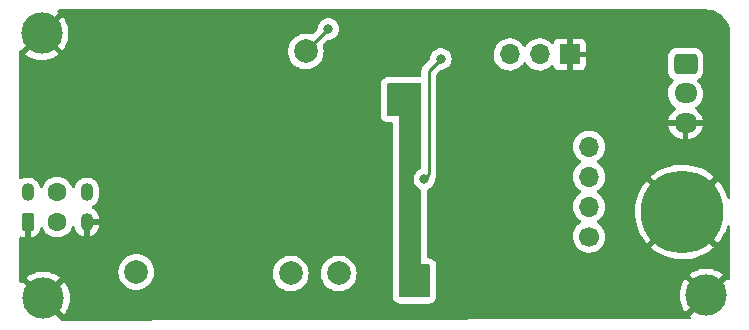
<source format=gbr>
%TF.GenerationSoftware,KiCad,Pcbnew,(6.0.7-1)-1*%
%TF.CreationDate,2023-09-21T22:33:58-04:00*%
%TF.ProjectId,EMHarpsichord_Stage1,454d4861-7270-4736-9963-686f72645f53,rev?*%
%TF.SameCoordinates,Original*%
%TF.FileFunction,Copper,L2,Bot*%
%TF.FilePolarity,Positive*%
%FSLAX46Y46*%
G04 Gerber Fmt 4.6, Leading zero omitted, Abs format (unit mm)*
G04 Created by KiCad (PCBNEW (6.0.7-1)-1) date 2023-09-21 22:33:58*
%MOMM*%
%LPD*%
G01*
G04 APERTURE LIST*
G04 Aperture macros list*
%AMRoundRect*
0 Rectangle with rounded corners*
0 $1 Rounding radius*
0 $2 $3 $4 $5 $6 $7 $8 $9 X,Y pos of 4 corners*
0 Add a 4 corners polygon primitive as box body*
4,1,4,$2,$3,$4,$5,$6,$7,$8,$9,$2,$3,0*
0 Add four circle primitives for the rounded corners*
1,1,$1+$1,$2,$3*
1,1,$1+$1,$4,$5*
1,1,$1+$1,$6,$7*
1,1,$1+$1,$8,$9*
0 Add four rect primitives between the rounded corners*
20,1,$1+$1,$2,$3,$4,$5,0*
20,1,$1+$1,$4,$5,$6,$7,0*
20,1,$1+$1,$6,$7,$8,$9,0*
20,1,$1+$1,$8,$9,$2,$3,0*%
G04 Aperture macros list end*
%TA.AperFunction,ComponentPad*%
%ADD10C,2.000000*%
%TD*%
%TA.AperFunction,ComponentPad*%
%ADD11C,1.700000*%
%TD*%
%TA.AperFunction,ComponentPad*%
%ADD12O,1.700000X1.700000*%
%TD*%
%TA.AperFunction,ComponentPad*%
%ADD13C,3.500000*%
%TD*%
%TA.AperFunction,ComponentPad*%
%ADD14R,1.700000X1.700000*%
%TD*%
%TA.AperFunction,ComponentPad*%
%ADD15RoundRect,0.250000X-0.725000X0.600000X-0.725000X-0.600000X0.725000X-0.600000X0.725000X0.600000X0*%
%TD*%
%TA.AperFunction,ComponentPad*%
%ADD16O,1.950000X1.700000*%
%TD*%
%TA.AperFunction,ComponentPad*%
%ADD17C,7.000000*%
%TD*%
%TA.AperFunction,ComponentPad*%
%ADD18C,1.600000*%
%TD*%
%TA.AperFunction,ComponentPad*%
%ADD19RoundRect,0.249700X-0.300300X-0.500300X0.300300X-0.500300X0.300300X0.500300X-0.300300X0.500300X0*%
%TD*%
%TA.AperFunction,ComponentPad*%
%ADD20O,1.100000X1.500000*%
%TD*%
%TA.AperFunction,ViaPad*%
%ADD21C,0.800000*%
%TD*%
%TA.AperFunction,Conductor*%
%ADD22C,0.250000*%
%TD*%
G04 APERTURE END LIST*
D10*
%TO.P,TP4,1,1*%
%TO.N,optical_out*%
X152781000Y-116205000D03*
%TD*%
D11*
%TO.P,J2,1,Pin_1*%
%TO.N,Net-(C18-Pad2)*%
X173957000Y-113091000D03*
D12*
%TO.P,J2,2,Pin_2*%
%TO.N,Net-(C17-Pad2)*%
X173957000Y-110551000D03*
%TO.P,J2,3,Pin_3*%
%TO.N,Net-(C16-Pad2)*%
X173957000Y-108011000D03*
%TO.P,J2,4,Pin_4*%
%TO.N,Net-(C15-Pad2)*%
X173957000Y-105471000D03*
%TD*%
D10*
%TO.P,TP1,1,1*%
%TO.N,Net-(C2-Pad1)*%
X135636000Y-116078000D03*
%TD*%
D13*
%TO.P,,1,1*%
%TO.N,GND*%
X127762000Y-118300500D03*
%TD*%
D14*
%TO.P,J1,1,Pin_1*%
%TO.N,GND*%
X172324000Y-97663000D03*
D12*
%TO.P,J1,2,Pin_2*%
%TO.N,Net-(U3-Pad5)*%
X169784000Y-97663000D03*
%TO.P,J1,3,Pin_3*%
%TO.N,Net-(R10-Pad2)*%
X167244000Y-97663000D03*
%TD*%
D10*
%TO.P,TP3,1,1*%
%TO.N,Net-(R6-Pad1)*%
X148717000Y-116205000D03*
%TD*%
D13*
%TO.P,,1,1*%
%TO.N,GND*%
X127635000Y-95885000D03*
%TD*%
D15*
%TO.P,J3,1,Pin_1*%
%TO.N,+5V*%
X182135000Y-98465000D03*
D16*
%TO.P,J3,2,Pin_2*%
%TO.N,aux_in*%
X182135000Y-100965000D03*
%TO.P,J3,3,Pin_3*%
%TO.N,GND*%
X182135000Y-103465000D03*
%TD*%
D17*
%TO.P,TP6,1,1*%
%TO.N,GND*%
X181864000Y-110998000D03*
%TD*%
D13*
%TO.P,,1,1*%
%TO.N,GND*%
X183896000Y-118046500D03*
%TD*%
D10*
%TO.P,TP2,1,1*%
%TO.N,aux_in*%
X149987000Y-97409000D03*
%TD*%
D18*
%TO.P,U1,*%
%TO.N,*%
X128932000Y-111841000D03*
X128932000Y-109341000D03*
D19*
%TO.P,U1,1,K*%
%TO.N,GND*%
X126432000Y-111841000D03*
D20*
%TO.P,U1,2,A*%
%TO.N,Net-(R1-Pad2)*%
X126432000Y-109341000D03*
%TO.P,U1,3,C*%
%TO.N,Net-(C2-Pad1)*%
X131432000Y-109341000D03*
%TO.P,U1,4,E*%
%TO.N,GND*%
X131432000Y-111841000D03*
%TD*%
D21*
%TO.N,+5V*%
X157757000Y-101791000D03*
X158369000Y-116205000D03*
X157757000Y-100791000D03*
X159766000Y-117729000D03*
X158857000Y-101791000D03*
X158857000Y-100791000D03*
X158369000Y-117729000D03*
%TO.N,GND*%
X145542000Y-96393000D03*
X153416000Y-100838000D03*
X156718000Y-109474000D03*
X139065000Y-96393000D03*
X137957000Y-111691000D03*
X166624000Y-118618000D03*
X174371000Y-103505000D03*
X154686000Y-101981000D03*
X137668000Y-105664000D03*
X182372000Y-106172000D03*
X152146000Y-101981000D03*
X145034000Y-104140000D03*
X144272000Y-96393000D03*
X150876000Y-101981000D03*
X166624000Y-101727000D03*
X138049000Y-116967000D03*
X141859000Y-116967000D03*
X139319000Y-116967000D03*
X143002000Y-96393000D03*
X153416000Y-101981000D03*
X162941000Y-116205000D03*
X152146000Y-100838000D03*
X171704000Y-101727000D03*
X167894000Y-100203000D03*
X171704000Y-100203000D03*
X143129000Y-116967000D03*
X165354000Y-118618000D03*
X172974000Y-101727000D03*
X147574000Y-107696000D03*
X162814000Y-118618000D03*
X141605000Y-96393000D03*
X170434000Y-101727000D03*
X151511000Y-107696000D03*
X172974000Y-100203000D03*
X139954000Y-104140000D03*
X181102000Y-106172000D03*
X164084000Y-118618000D03*
X137795000Y-96393000D03*
X167894000Y-101727000D03*
X161544000Y-118618000D03*
X144399000Y-116967000D03*
X140335000Y-96393000D03*
X155957000Y-102991000D03*
X183642000Y-106172000D03*
X150876000Y-100838000D03*
X163576000Y-102997000D03*
X166624000Y-100203000D03*
X169164000Y-101727000D03*
X170434000Y-100203000D03*
X179832000Y-106172000D03*
X154686000Y-100838000D03*
X146812000Y-96393000D03*
X168656000Y-110109000D03*
X167894000Y-118618000D03*
X140589000Y-116967000D03*
X169164000Y-100203000D03*
%TO.N,aux_in*%
X151892000Y-95504000D03*
%TO.N,Net-(U3-Pad5)*%
X160020000Y-108204000D03*
X161417000Y-98044000D03*
%TD*%
D22*
%TO.N,aux_in*%
X149987000Y-97409000D02*
X151892000Y-95504000D01*
%TO.N,Net-(U3-Pad5)*%
X160401000Y-107823000D02*
X160020000Y-108204000D01*
X160401000Y-99060000D02*
X160401000Y-107823000D01*
X161417000Y-98044000D02*
X160401000Y-99060000D01*
%TD*%
%TA.AperFunction,Conductor*%
%TO.N,+5V*%
G36*
X160470121Y-115463002D02*
G01*
X160516614Y-115516658D01*
X160528000Y-115569000D01*
X160528000Y-118111000D01*
X160507998Y-118179121D01*
X160454342Y-118225614D01*
X160402000Y-118237000D01*
X157987000Y-118237000D01*
X157918879Y-118216998D01*
X157872386Y-118163342D01*
X157861000Y-118111000D01*
X157861000Y-115443000D01*
X160402000Y-115443000D01*
X160470121Y-115463002D01*
G37*
%TD.AperFunction*%
%TD*%
%TA.AperFunction,Conductor*%
%TO.N,+5V*%
G36*
X159708121Y-100096002D02*
G01*
X159754614Y-100149658D01*
X159766000Y-100202000D01*
X159766000Y-107240786D01*
X159745998Y-107308907D01*
X159691248Y-107355893D01*
X159569281Y-107410195D01*
X159569274Y-107410199D01*
X159563248Y-107412882D01*
X159408747Y-107525134D01*
X159280960Y-107667056D01*
X159185473Y-107832444D01*
X159126458Y-108014072D01*
X159125768Y-108020633D01*
X159125768Y-108020635D01*
X159121835Y-108058060D01*
X159106496Y-108204000D01*
X159126458Y-108393928D01*
X159185473Y-108575556D01*
X159280960Y-108740944D01*
X159408747Y-108882866D01*
X159563248Y-108995118D01*
X159569274Y-108997801D01*
X159569281Y-108997805D01*
X159691248Y-109052107D01*
X159745344Y-109098087D01*
X159766000Y-109167214D01*
X159766000Y-116840000D01*
X160528000Y-116840000D01*
X160528000Y-118111000D01*
X160507998Y-118179121D01*
X160454342Y-118225614D01*
X160402000Y-118237000D01*
X157987000Y-118237000D01*
X157918879Y-118216998D01*
X157872386Y-118163342D01*
X157861000Y-118111000D01*
X157861000Y-102870000D01*
X156971000Y-102870000D01*
X156902879Y-102849998D01*
X156856386Y-102796342D01*
X156845000Y-102744000D01*
X156845000Y-100202000D01*
X156865002Y-100133879D01*
X156918658Y-100087386D01*
X156971000Y-100076000D01*
X159640000Y-100076000D01*
X159708121Y-100096002D01*
G37*
%TD.AperFunction*%
%TD*%
%TA.AperFunction,Conductor*%
%TO.N,GND*%
G36*
X183866018Y-93855000D02*
G01*
X183880851Y-93857310D01*
X183880855Y-93857310D01*
X183889724Y-93858691D01*
X183898626Y-93857527D01*
X183898629Y-93857527D01*
X183906012Y-93856561D01*
X183930591Y-93855767D01*
X183957442Y-93857527D01*
X184152922Y-93870340D01*
X184169262Y-93872491D01*
X184291478Y-93896801D01*
X184413696Y-93921112D01*
X184429606Y-93925375D01*
X184665600Y-94005484D01*
X184680826Y-94011791D01*
X184904342Y-94122016D01*
X184918616Y-94130257D01*
X185125829Y-94268713D01*
X185138905Y-94278746D01*
X185326278Y-94443068D01*
X185337932Y-94454722D01*
X185502254Y-94642095D01*
X185512287Y-94655171D01*
X185650743Y-94862384D01*
X185658984Y-94876658D01*
X185769209Y-95100174D01*
X185775515Y-95115398D01*
X185855625Y-95351394D01*
X185859889Y-95367307D01*
X185908509Y-95611738D01*
X185910660Y-95628078D01*
X185924763Y-95843236D01*
X185923733Y-95866350D01*
X185923690Y-95869854D01*
X185922309Y-95878724D01*
X185923473Y-95887626D01*
X185923473Y-95887628D01*
X185926436Y-95910283D01*
X185927500Y-95926621D01*
X185927500Y-109755820D01*
X185907498Y-109823941D01*
X185853842Y-109870434D01*
X185783568Y-109880538D01*
X185718988Y-109851044D01*
X185682801Y-109798087D01*
X185567676Y-109474779D01*
X185565333Y-109469095D01*
X185401362Y-109120637D01*
X185398473Y-109115203D01*
X185201283Y-108784415D01*
X185197875Y-108779285D01*
X184969340Y-108469309D01*
X184965452Y-108464542D01*
X184875973Y-108365165D01*
X184862450Y-108356834D01*
X184862374Y-108356835D01*
X184853088Y-108362465D01*
X182230365Y-110985188D01*
X182222751Y-110999132D01*
X182222882Y-111000965D01*
X182227133Y-111007580D01*
X184852946Y-113633393D01*
X184866890Y-113641007D01*
X184867905Y-113640935D01*
X184875636Y-113635832D01*
X184893516Y-113617057D01*
X184897526Y-113612411D01*
X185134612Y-113308955D01*
X185138184Y-113303892D01*
X185344520Y-112978757D01*
X185347563Y-112973401D01*
X185521198Y-112629663D01*
X185523706Y-112624028D01*
X185662964Y-112264999D01*
X185664913Y-112259140D01*
X185680142Y-112204595D01*
X185717726Y-112144363D01*
X185781908Y-112114012D01*
X185852310Y-112123178D01*
X185906581Y-112168952D01*
X185927500Y-112238479D01*
X185927500Y-116621596D01*
X185907498Y-116689717D01*
X185853842Y-116736210D01*
X185783568Y-116746314D01*
X185718988Y-116716820D01*
X185696734Y-116691597D01*
X185687166Y-116677278D01*
X185682151Y-116670742D01*
X185667540Y-116654081D01*
X185654302Y-116645684D01*
X185644535Y-116651518D01*
X182502771Y-119793282D01*
X182495257Y-119807043D01*
X182501715Y-119816404D01*
X182520242Y-119832651D01*
X182526775Y-119837664D01*
X182545904Y-119850446D01*
X182591431Y-119904924D01*
X182600278Y-119975367D01*
X182569637Y-120039411D01*
X182509235Y-120076722D01*
X182476186Y-120081211D01*
X144624103Y-120166849D01*
X129289316Y-120201543D01*
X129221150Y-120181695D01*
X129174536Y-120128144D01*
X129163033Y-120076292D01*
X129162930Y-120058992D01*
X129156982Y-120049035D01*
X127409579Y-118301632D01*
X128120751Y-118301632D01*
X128120882Y-118303465D01*
X128125133Y-118310080D01*
X129508782Y-119693729D01*
X129522543Y-119701243D01*
X129531904Y-119694785D01*
X129548151Y-119676258D01*
X129553169Y-119669718D01*
X129712444Y-119431347D01*
X129716565Y-119424210D01*
X129843367Y-119167080D01*
X129846513Y-119159485D01*
X129938670Y-118888002D01*
X129940803Y-118880042D01*
X129996734Y-118598857D01*
X129997808Y-118590699D01*
X130016558Y-118304619D01*
X130016558Y-118296381D01*
X129997808Y-118010301D01*
X129996734Y-118002143D01*
X129940803Y-117720958D01*
X129938670Y-117712998D01*
X129846513Y-117441515D01*
X129843367Y-117433920D01*
X129716565Y-117176790D01*
X129712444Y-117169653D01*
X129553169Y-116931282D01*
X129548151Y-116924742D01*
X129533540Y-116908081D01*
X129520302Y-116899684D01*
X129510535Y-116905518D01*
X128128365Y-118287688D01*
X128120751Y-118301632D01*
X127409579Y-118301632D01*
X126015218Y-116907271D01*
X126001457Y-116899757D01*
X125992096Y-116906215D01*
X125975849Y-116924742D01*
X125970834Y-116931278D01*
X125961266Y-116945597D01*
X125906789Y-116991125D01*
X125836346Y-116999974D01*
X125772302Y-116969333D01*
X125734990Y-116908932D01*
X125730500Y-116875596D01*
X125730500Y-116542198D01*
X126361184Y-116542198D01*
X126367018Y-116551965D01*
X127749188Y-117934135D01*
X127763132Y-117941749D01*
X127764965Y-117941618D01*
X127771580Y-117937367D01*
X129155229Y-116553718D01*
X129162743Y-116539957D01*
X129156285Y-116530596D01*
X129137758Y-116514349D01*
X129131218Y-116509331D01*
X128892847Y-116350056D01*
X128885710Y-116345935D01*
X128628580Y-116219133D01*
X128620985Y-116215987D01*
X128349502Y-116123830D01*
X128341542Y-116121697D01*
X128121862Y-116078000D01*
X134122835Y-116078000D01*
X134141465Y-116314711D01*
X134142619Y-116319518D01*
X134142620Y-116319524D01*
X134170770Y-116436777D01*
X134196895Y-116545594D01*
X134198788Y-116550165D01*
X134198789Y-116550167D01*
X134267819Y-116716820D01*
X134287760Y-116764963D01*
X134290346Y-116769183D01*
X134409241Y-116963202D01*
X134409245Y-116963208D01*
X134411824Y-116967416D01*
X134566031Y-117147969D01*
X134746584Y-117302176D01*
X134750792Y-117304755D01*
X134750798Y-117304759D01*
X134944817Y-117423654D01*
X134949037Y-117426240D01*
X134953607Y-117428133D01*
X134953611Y-117428135D01*
X135163833Y-117515211D01*
X135168406Y-117517105D01*
X135248609Y-117536360D01*
X135394476Y-117571380D01*
X135394482Y-117571381D01*
X135399289Y-117572535D01*
X135636000Y-117591165D01*
X135872711Y-117572535D01*
X135877518Y-117571381D01*
X135877524Y-117571380D01*
X136023391Y-117536360D01*
X136103594Y-117517105D01*
X136108167Y-117515211D01*
X136318389Y-117428135D01*
X136318393Y-117428133D01*
X136322963Y-117426240D01*
X136327183Y-117423654D01*
X136521202Y-117304759D01*
X136521208Y-117304755D01*
X136525416Y-117302176D01*
X136705969Y-117147969D01*
X136860176Y-116967416D01*
X136862755Y-116963208D01*
X136862759Y-116963202D01*
X136981654Y-116769183D01*
X136984240Y-116764963D01*
X137004182Y-116716820D01*
X137073211Y-116550167D01*
X137073212Y-116550165D01*
X137075105Y-116545594D01*
X137101230Y-116436777D01*
X137129380Y-116319524D01*
X137129381Y-116319518D01*
X137130535Y-116314711D01*
X137139170Y-116205000D01*
X147203835Y-116205000D01*
X147222465Y-116441711D01*
X147223619Y-116446518D01*
X147223620Y-116446524D01*
X147249355Y-116553718D01*
X147277895Y-116672594D01*
X147279788Y-116677165D01*
X147279789Y-116677167D01*
X147361981Y-116875596D01*
X147368760Y-116891963D01*
X147371346Y-116896183D01*
X147490241Y-117090202D01*
X147490245Y-117090208D01*
X147492824Y-117094416D01*
X147647031Y-117274969D01*
X147827584Y-117429176D01*
X147831792Y-117431755D01*
X147831798Y-117431759D01*
X147971070Y-117517105D01*
X148030037Y-117553240D01*
X148034607Y-117555133D01*
X148034611Y-117555135D01*
X148244833Y-117642211D01*
X148249406Y-117644105D01*
X148329609Y-117663360D01*
X148475476Y-117698380D01*
X148475482Y-117698381D01*
X148480289Y-117699535D01*
X148717000Y-117718165D01*
X148953711Y-117699535D01*
X148958518Y-117698381D01*
X148958524Y-117698380D01*
X149104391Y-117663360D01*
X149184594Y-117644105D01*
X149189167Y-117642211D01*
X149399389Y-117555135D01*
X149399393Y-117555133D01*
X149403963Y-117553240D01*
X149462930Y-117517105D01*
X149602202Y-117431759D01*
X149602208Y-117431755D01*
X149606416Y-117429176D01*
X149786969Y-117274969D01*
X149941176Y-117094416D01*
X149943755Y-117090208D01*
X149943759Y-117090202D01*
X150062654Y-116896183D01*
X150065240Y-116891963D01*
X150072020Y-116875596D01*
X150154211Y-116677167D01*
X150154212Y-116677165D01*
X150156105Y-116672594D01*
X150184645Y-116553718D01*
X150210380Y-116446524D01*
X150210381Y-116446518D01*
X150211535Y-116441711D01*
X150230165Y-116205000D01*
X151267835Y-116205000D01*
X151286465Y-116441711D01*
X151287619Y-116446518D01*
X151287620Y-116446524D01*
X151313355Y-116553718D01*
X151341895Y-116672594D01*
X151343788Y-116677165D01*
X151343789Y-116677167D01*
X151425981Y-116875596D01*
X151432760Y-116891963D01*
X151435346Y-116896183D01*
X151554241Y-117090202D01*
X151554245Y-117090208D01*
X151556824Y-117094416D01*
X151711031Y-117274969D01*
X151891584Y-117429176D01*
X151895792Y-117431755D01*
X151895798Y-117431759D01*
X152035070Y-117517105D01*
X152094037Y-117553240D01*
X152098607Y-117555133D01*
X152098611Y-117555135D01*
X152308833Y-117642211D01*
X152313406Y-117644105D01*
X152393609Y-117663360D01*
X152539476Y-117698380D01*
X152539482Y-117698381D01*
X152544289Y-117699535D01*
X152781000Y-117718165D01*
X153017711Y-117699535D01*
X153022518Y-117698381D01*
X153022524Y-117698380D01*
X153168391Y-117663360D01*
X153248594Y-117644105D01*
X153253167Y-117642211D01*
X153463389Y-117555135D01*
X153463393Y-117555133D01*
X153467963Y-117553240D01*
X153526930Y-117517105D01*
X153666202Y-117431759D01*
X153666208Y-117431755D01*
X153670416Y-117429176D01*
X153850969Y-117274969D01*
X154005176Y-117094416D01*
X154007755Y-117090208D01*
X154007759Y-117090202D01*
X154126654Y-116896183D01*
X154129240Y-116891963D01*
X154136020Y-116875596D01*
X154218211Y-116677167D01*
X154218212Y-116677165D01*
X154220105Y-116672594D01*
X154248645Y-116553718D01*
X154274380Y-116446524D01*
X154274381Y-116446518D01*
X154275535Y-116441711D01*
X154294165Y-116205000D01*
X154275535Y-115968289D01*
X154274023Y-115961987D01*
X154221260Y-115742218D01*
X154220105Y-115737406D01*
X154218211Y-115732833D01*
X154131135Y-115522611D01*
X154131133Y-115522607D01*
X154129240Y-115518037D01*
X154095645Y-115463215D01*
X154007759Y-115319798D01*
X154007755Y-115319792D01*
X154005176Y-115315584D01*
X153850969Y-115135031D01*
X153670416Y-114980824D01*
X153666208Y-114978245D01*
X153666202Y-114978241D01*
X153472183Y-114859346D01*
X153467963Y-114856760D01*
X153463393Y-114854867D01*
X153463389Y-114854865D01*
X153253167Y-114767789D01*
X153253165Y-114767788D01*
X153248594Y-114765895D01*
X153110602Y-114732766D01*
X153022524Y-114711620D01*
X153022518Y-114711619D01*
X153017711Y-114710465D01*
X152781000Y-114691835D01*
X152544289Y-114710465D01*
X152539482Y-114711619D01*
X152539476Y-114711620D01*
X152451398Y-114732766D01*
X152313406Y-114765895D01*
X152308835Y-114767788D01*
X152308833Y-114767789D01*
X152098611Y-114854865D01*
X152098607Y-114854867D01*
X152094037Y-114856760D01*
X152089817Y-114859346D01*
X151895798Y-114978241D01*
X151895792Y-114978245D01*
X151891584Y-114980824D01*
X151711031Y-115135031D01*
X151556824Y-115315584D01*
X151554245Y-115319792D01*
X151554241Y-115319798D01*
X151466355Y-115463215D01*
X151432760Y-115518037D01*
X151430867Y-115522607D01*
X151430865Y-115522611D01*
X151343789Y-115732833D01*
X151341895Y-115737406D01*
X151340740Y-115742218D01*
X151287978Y-115961987D01*
X151286465Y-115968289D01*
X151267835Y-116205000D01*
X150230165Y-116205000D01*
X150211535Y-115968289D01*
X150210023Y-115961987D01*
X150157260Y-115742218D01*
X150156105Y-115737406D01*
X150154211Y-115732833D01*
X150067135Y-115522611D01*
X150067133Y-115522607D01*
X150065240Y-115518037D01*
X150031645Y-115463215D01*
X149943759Y-115319798D01*
X149943755Y-115319792D01*
X149941176Y-115315584D01*
X149786969Y-115135031D01*
X149606416Y-114980824D01*
X149602208Y-114978245D01*
X149602202Y-114978241D01*
X149408183Y-114859346D01*
X149403963Y-114856760D01*
X149399393Y-114854867D01*
X149399389Y-114854865D01*
X149189167Y-114767789D01*
X149189165Y-114767788D01*
X149184594Y-114765895D01*
X149046602Y-114732766D01*
X148958524Y-114711620D01*
X148958518Y-114711619D01*
X148953711Y-114710465D01*
X148717000Y-114691835D01*
X148480289Y-114710465D01*
X148475482Y-114711619D01*
X148475476Y-114711620D01*
X148387398Y-114732766D01*
X148249406Y-114765895D01*
X148244835Y-114767788D01*
X148244833Y-114767789D01*
X148034611Y-114854865D01*
X148034607Y-114854867D01*
X148030037Y-114856760D01*
X148025817Y-114859346D01*
X147831798Y-114978241D01*
X147831792Y-114978245D01*
X147827584Y-114980824D01*
X147647031Y-115135031D01*
X147492824Y-115315584D01*
X147490245Y-115319792D01*
X147490241Y-115319798D01*
X147402355Y-115463215D01*
X147368760Y-115518037D01*
X147366867Y-115522607D01*
X147366865Y-115522611D01*
X147279789Y-115732833D01*
X147277895Y-115737406D01*
X147276740Y-115742218D01*
X147223978Y-115961987D01*
X147222465Y-115968289D01*
X147203835Y-116205000D01*
X137139170Y-116205000D01*
X137149165Y-116078000D01*
X137130535Y-115841289D01*
X137123448Y-115811766D01*
X137076260Y-115615218D01*
X137075105Y-115610406D01*
X137056566Y-115565649D01*
X136986135Y-115395611D01*
X136986133Y-115395607D01*
X136984240Y-115391037D01*
X136981654Y-115386817D01*
X136862759Y-115192798D01*
X136862755Y-115192792D01*
X136860176Y-115188584D01*
X136705969Y-115008031D01*
X136525416Y-114853824D01*
X136521208Y-114851245D01*
X136521202Y-114851241D01*
X136327183Y-114732346D01*
X136322963Y-114729760D01*
X136318393Y-114727867D01*
X136318389Y-114727865D01*
X136108167Y-114640789D01*
X136108165Y-114640788D01*
X136103594Y-114638895D01*
X136023391Y-114619640D01*
X135877524Y-114584620D01*
X135877518Y-114584619D01*
X135872711Y-114583465D01*
X135636000Y-114564835D01*
X135399289Y-114583465D01*
X135394482Y-114584619D01*
X135394476Y-114584620D01*
X135248609Y-114619640D01*
X135168406Y-114638895D01*
X135163835Y-114640788D01*
X135163833Y-114640789D01*
X134953611Y-114727865D01*
X134953607Y-114727867D01*
X134949037Y-114729760D01*
X134944817Y-114732346D01*
X134750798Y-114851241D01*
X134750792Y-114851245D01*
X134746584Y-114853824D01*
X134566031Y-115008031D01*
X134411824Y-115188584D01*
X134409245Y-115192792D01*
X134409241Y-115192798D01*
X134290346Y-115386817D01*
X134287760Y-115391037D01*
X134285867Y-115395607D01*
X134285865Y-115395611D01*
X134215434Y-115565649D01*
X134196895Y-115610406D01*
X134195740Y-115615218D01*
X134148553Y-115811766D01*
X134141465Y-115841289D01*
X134122835Y-116078000D01*
X128121862Y-116078000D01*
X128060357Y-116065766D01*
X128052199Y-116064692D01*
X127766119Y-116045942D01*
X127757881Y-116045942D01*
X127471801Y-116064692D01*
X127463643Y-116065766D01*
X127182458Y-116121697D01*
X127174498Y-116123830D01*
X126903015Y-116215987D01*
X126895420Y-116219133D01*
X126638290Y-116345935D01*
X126631153Y-116350056D01*
X126392782Y-116509331D01*
X126386242Y-116514349D01*
X126369581Y-116528960D01*
X126361184Y-116542198D01*
X125730500Y-116542198D01*
X125730500Y-113172661D01*
X125750502Y-113104540D01*
X125804158Y-113058047D01*
X125874432Y-113047943D01*
X125896167Y-113053068D01*
X125972107Y-113078256D01*
X125985474Y-113081122D01*
X126078687Y-113090672D01*
X126085102Y-113091000D01*
X126163885Y-113091000D01*
X126179124Y-113086525D01*
X126180329Y-113085135D01*
X126182000Y-113077452D01*
X126182000Y-111717000D01*
X126202002Y-111648879D01*
X126255658Y-111602386D01*
X126308000Y-111591000D01*
X126556000Y-111591000D01*
X126624121Y-111611002D01*
X126670614Y-111664658D01*
X126682000Y-111717000D01*
X126682000Y-113072884D01*
X126686475Y-113088123D01*
X126687865Y-113089328D01*
X126695548Y-113090999D01*
X126778847Y-113090999D01*
X126785366Y-113090662D01*
X126879797Y-113080864D01*
X126893191Y-113077972D01*
X127045539Y-113027145D01*
X127058718Y-113020971D01*
X127194917Y-112936689D01*
X127206318Y-112927653D01*
X127319481Y-112814292D01*
X127328493Y-112802881D01*
X127412545Y-112666524D01*
X127418689Y-112653347D01*
X127469256Y-112500893D01*
X127472122Y-112487526D01*
X127481672Y-112394315D01*
X127481940Y-112389075D01*
X127505394Y-112322064D01*
X127561354Y-112278371D01*
X127632052Y-112271869D01*
X127695043Y-112304621D01*
X127721971Y-112342257D01*
X127794477Y-112497749D01*
X127925802Y-112685300D01*
X128087700Y-112847198D01*
X128092208Y-112850355D01*
X128092211Y-112850357D01*
X128125294Y-112873522D01*
X128275251Y-112978523D01*
X128280233Y-112980846D01*
X128280238Y-112980849D01*
X128456094Y-113062851D01*
X128482757Y-113075284D01*
X128488065Y-113076706D01*
X128488067Y-113076707D01*
X128698598Y-113133119D01*
X128698600Y-113133119D01*
X128703913Y-113134543D01*
X128932000Y-113154498D01*
X129160087Y-113134543D01*
X129165400Y-113133119D01*
X129165402Y-113133119D01*
X129375933Y-113076707D01*
X129375935Y-113076706D01*
X129381243Y-113075284D01*
X129407906Y-113062851D01*
X129583762Y-112980849D01*
X129583767Y-112980846D01*
X129588749Y-112978523D01*
X129738706Y-112873522D01*
X129771789Y-112850357D01*
X129771792Y-112850355D01*
X129776300Y-112847198D01*
X129938198Y-112685300D01*
X130069523Y-112497749D01*
X130071846Y-112492767D01*
X130071849Y-112492762D01*
X130163961Y-112295225D01*
X130163961Y-112295224D01*
X130166284Y-112290243D01*
X130167707Y-112284934D01*
X130169590Y-112279759D01*
X130171797Y-112280562D01*
X130203567Y-112228485D01*
X130267440Y-112197488D01*
X130337931Y-112205943D01*
X130392661Y-112251167D01*
X130408909Y-112285333D01*
X130454748Y-112437160D01*
X130459422Y-112448501D01*
X130550307Y-112619431D01*
X130557098Y-112629651D01*
X130679451Y-112779672D01*
X130688090Y-112788371D01*
X130837257Y-112911774D01*
X130847428Y-112918634D01*
X131017720Y-113010709D01*
X131029026Y-113015462D01*
X131164692Y-113057457D01*
X131178795Y-113057663D01*
X131182000Y-113050908D01*
X131182000Y-113043886D01*
X131682000Y-113043886D01*
X131685973Y-113057417D01*
X131693768Y-113058537D01*
X131821321Y-113020996D01*
X131832705Y-113016397D01*
X132004264Y-112926708D01*
X132014525Y-112919994D01*
X132165394Y-112798692D01*
X132174168Y-112790099D01*
X132298595Y-112641813D01*
X132305533Y-112631683D01*
X132398796Y-112462036D01*
X132403624Y-112450772D01*
X132462163Y-112266234D01*
X132464711Y-112254245D01*
X132481269Y-112106626D01*
X132477525Y-112093876D01*
X132476135Y-112092671D01*
X132468452Y-112091000D01*
X131700115Y-112091000D01*
X131684876Y-112095475D01*
X131683671Y-112096865D01*
X131682000Y-112104548D01*
X131682000Y-113043886D01*
X131182000Y-113043886D01*
X131182000Y-111717000D01*
X131202002Y-111648879D01*
X131255658Y-111602386D01*
X131308000Y-111591000D01*
X132463885Y-111591000D01*
X132479124Y-111586525D01*
X132480329Y-111585135D01*
X132481207Y-111581096D01*
X132467588Y-111442201D01*
X132465205Y-111430164D01*
X132409252Y-111244840D01*
X132404577Y-111233497D01*
X132313693Y-111062569D01*
X132306902Y-111052349D01*
X132184549Y-110902328D01*
X132175910Y-110893629D01*
X132026743Y-110770226D01*
X132016572Y-110763366D01*
X131911432Y-110706518D01*
X131861023Y-110656524D01*
X131845645Y-110587212D01*
X131870181Y-110520590D01*
X131912984Y-110484021D01*
X132008936Y-110433858D01*
X132008940Y-110433856D01*
X132014400Y-110431001D01*
X132176177Y-110300929D01*
X132181662Y-110294393D01*
X132305650Y-110146629D01*
X132309609Y-110141911D01*
X132312573Y-110136519D01*
X132312576Y-110136515D01*
X132406646Y-109965402D01*
X132409613Y-109960005D01*
X132472379Y-109762139D01*
X132475426Y-109734981D01*
X132490107Y-109604087D01*
X132490500Y-109600587D01*
X132490500Y-109088763D01*
X132489780Y-109081413D01*
X132475966Y-108940534D01*
X132475965Y-108940531D01*
X132475365Y-108934408D01*
X132430080Y-108784415D01*
X132417152Y-108741593D01*
X132417151Y-108741590D01*
X132415368Y-108735685D01*
X132403347Y-108713077D01*
X132320809Y-108557847D01*
X132320808Y-108557845D01*
X132317913Y-108552401D01*
X132204707Y-108413596D01*
X132190610Y-108396311D01*
X132190607Y-108396308D01*
X132186715Y-108391536D01*
X132179770Y-108385790D01*
X132031518Y-108263145D01*
X132031519Y-108263145D01*
X132026770Y-108259217D01*
X132021353Y-108256288D01*
X132021350Y-108256286D01*
X131849590Y-108163416D01*
X131849585Y-108163414D01*
X131844170Y-108160486D01*
X131645871Y-108099102D01*
X131639746Y-108098458D01*
X131639745Y-108098458D01*
X131445554Y-108078048D01*
X131445552Y-108078048D01*
X131439425Y-108077404D01*
X131353515Y-108085223D01*
X131238836Y-108095659D01*
X131238833Y-108095660D01*
X131232697Y-108096218D01*
X131226791Y-108097956D01*
X131226787Y-108097957D01*
X131081339Y-108140765D01*
X131033560Y-108154827D01*
X130849600Y-108250999D01*
X130687823Y-108381071D01*
X130683865Y-108385788D01*
X130683863Y-108385790D01*
X130653902Y-108421496D01*
X130554391Y-108540089D01*
X130551427Y-108545481D01*
X130551424Y-108545485D01*
X130507372Y-108625616D01*
X130454387Y-108721995D01*
X130452524Y-108727868D01*
X130403125Y-108883595D01*
X130363462Y-108942479D01*
X130298260Y-108970572D01*
X130228220Y-108958955D01*
X130175580Y-108911315D01*
X130166453Y-108892389D01*
X130166284Y-108891757D01*
X130163963Y-108886780D01*
X130163961Y-108886774D01*
X130071849Y-108689238D01*
X130071846Y-108689233D01*
X130069523Y-108684251D01*
X129972358Y-108545485D01*
X129941357Y-108501211D01*
X129941355Y-108501208D01*
X129938198Y-108496700D01*
X129776300Y-108334802D01*
X129771792Y-108331645D01*
X129771789Y-108331643D01*
X129652541Y-108248145D01*
X129588749Y-108203477D01*
X129583767Y-108201154D01*
X129583762Y-108201151D01*
X129386225Y-108109039D01*
X129386224Y-108109039D01*
X129381243Y-108106716D01*
X129375935Y-108105294D01*
X129375933Y-108105293D01*
X129165402Y-108048881D01*
X129165400Y-108048881D01*
X129160087Y-108047457D01*
X128932000Y-108027502D01*
X128703913Y-108047457D01*
X128698600Y-108048881D01*
X128698598Y-108048881D01*
X128488067Y-108105293D01*
X128488065Y-108105294D01*
X128482757Y-108106716D01*
X128477776Y-108109039D01*
X128477775Y-108109039D01*
X128280238Y-108201151D01*
X128280233Y-108201154D01*
X128275251Y-108203477D01*
X128211459Y-108248145D01*
X128092211Y-108331643D01*
X128092208Y-108331645D01*
X128087700Y-108334802D01*
X127925802Y-108496700D01*
X127922645Y-108501208D01*
X127922643Y-108501211D01*
X127891642Y-108545485D01*
X127794477Y-108684251D01*
X127792154Y-108689233D01*
X127792151Y-108689238D01*
X127701718Y-108883174D01*
X127697716Y-108891757D01*
X127697566Y-108891687D01*
X127656830Y-108947019D01*
X127590510Y-108972359D01*
X127521017Y-108957822D01*
X127470417Y-108908021D01*
X127459897Y-108883174D01*
X127417151Y-108741590D01*
X127417150Y-108741588D01*
X127415368Y-108735685D01*
X127403347Y-108713077D01*
X127320809Y-108557847D01*
X127320808Y-108557845D01*
X127317913Y-108552401D01*
X127204707Y-108413596D01*
X127190610Y-108396311D01*
X127190607Y-108396308D01*
X127186715Y-108391536D01*
X127179770Y-108385790D01*
X127031518Y-108263145D01*
X127031519Y-108263145D01*
X127026770Y-108259217D01*
X127021353Y-108256288D01*
X127021350Y-108256286D01*
X126849590Y-108163416D01*
X126849585Y-108163414D01*
X126844170Y-108160486D01*
X126645871Y-108099102D01*
X126639746Y-108098458D01*
X126639745Y-108098458D01*
X126445554Y-108078048D01*
X126445552Y-108078048D01*
X126439425Y-108077404D01*
X126353515Y-108085223D01*
X126238836Y-108095659D01*
X126238833Y-108095660D01*
X126232697Y-108096218D01*
X126226791Y-108097956D01*
X126226787Y-108097957D01*
X126081339Y-108140765D01*
X126033560Y-108154827D01*
X125995116Y-108174925D01*
X125914875Y-108216874D01*
X125845240Y-108230708D01*
X125779179Y-108204698D01*
X125737667Y-108147102D01*
X125730500Y-108105212D01*
X125730500Y-102744000D01*
X156331500Y-102744000D01*
X156343234Y-102853149D01*
X156354620Y-102905491D01*
X156389290Y-103009657D01*
X156468308Y-103132612D01*
X156514801Y-103186268D01*
X156518194Y-103189208D01*
X156618450Y-103276081D01*
X156618453Y-103276083D01*
X156625261Y-103281982D01*
X156758210Y-103342698D01*
X156781964Y-103349673D01*
X156822008Y-103361431D01*
X156822012Y-103361432D01*
X156826331Y-103362700D01*
X156830780Y-103363340D01*
X156830786Y-103363341D01*
X156966553Y-103382861D01*
X156966558Y-103382861D01*
X156971000Y-103383500D01*
X157221500Y-103383500D01*
X157289621Y-103403502D01*
X157336114Y-103457158D01*
X157347500Y-103509500D01*
X157347500Y-118111000D01*
X157347860Y-118114346D01*
X157347860Y-118114351D01*
X157354475Y-118175878D01*
X157359234Y-118220149D01*
X157359952Y-118223449D01*
X157359952Y-118223450D01*
X157366961Y-118255669D01*
X157370620Y-118272491D01*
X157405290Y-118376657D01*
X157484308Y-118499612D01*
X157530801Y-118553268D01*
X157534194Y-118556208D01*
X157634450Y-118643081D01*
X157634453Y-118643083D01*
X157641261Y-118648982D01*
X157774210Y-118709698D01*
X157797964Y-118716673D01*
X157838008Y-118728431D01*
X157838012Y-118728432D01*
X157842331Y-118729700D01*
X157846780Y-118730340D01*
X157846786Y-118730341D01*
X157982553Y-118749861D01*
X157982558Y-118749861D01*
X157987000Y-118750500D01*
X160402000Y-118750500D01*
X160405346Y-118750140D01*
X160405351Y-118750140D01*
X160507785Y-118739128D01*
X160507792Y-118739127D01*
X160511149Y-118738766D01*
X160514450Y-118738048D01*
X160560210Y-118728094D01*
X160560215Y-118728093D01*
X160563491Y-118727380D01*
X160667657Y-118692710D01*
X160790612Y-118613692D01*
X160817148Y-118590699D01*
X160840875Y-118570139D01*
X160844268Y-118567199D01*
X160899888Y-118503010D01*
X160934081Y-118463550D01*
X160934083Y-118463547D01*
X160939982Y-118456739D01*
X161000698Y-118323790D01*
X161008746Y-118296381D01*
X161019431Y-118259992D01*
X161019432Y-118259988D01*
X161020700Y-118255669D01*
X161025333Y-118223450D01*
X161040861Y-118115447D01*
X161040861Y-118115442D01*
X161041500Y-118111000D01*
X161041500Y-118050619D01*
X181641442Y-118050619D01*
X181660192Y-118336699D01*
X181661266Y-118344857D01*
X181717197Y-118626042D01*
X181719330Y-118634002D01*
X181811487Y-118905485D01*
X181814633Y-118913080D01*
X181941435Y-119170210D01*
X181945556Y-119177347D01*
X182104831Y-119415718D01*
X182109849Y-119422258D01*
X182124460Y-119438919D01*
X182137698Y-119447316D01*
X182147465Y-119441482D01*
X183529635Y-118059312D01*
X183537249Y-118045368D01*
X183537118Y-118043535D01*
X183532867Y-118036920D01*
X182149218Y-116653271D01*
X182135457Y-116645757D01*
X182126096Y-116652215D01*
X182109849Y-116670742D01*
X182104831Y-116677282D01*
X181945556Y-116915653D01*
X181941435Y-116922790D01*
X181814633Y-117179920D01*
X181811487Y-117187515D01*
X181719330Y-117458998D01*
X181717197Y-117466958D01*
X181661266Y-117748143D01*
X181660192Y-117756301D01*
X181641442Y-118042381D01*
X181641442Y-118050619D01*
X161041500Y-118050619D01*
X161041500Y-116288198D01*
X182495184Y-116288198D01*
X182501018Y-116297965D01*
X183883188Y-117680135D01*
X183897132Y-117687749D01*
X183898965Y-117687618D01*
X183905580Y-117683367D01*
X185289229Y-116299718D01*
X185296743Y-116285957D01*
X185290285Y-116276596D01*
X185271758Y-116260349D01*
X185265218Y-116255331D01*
X185026847Y-116096056D01*
X185019710Y-116091935D01*
X184762580Y-115965133D01*
X184754985Y-115961987D01*
X184483502Y-115869830D01*
X184475542Y-115867697D01*
X184194357Y-115811766D01*
X184186199Y-115810692D01*
X183900119Y-115791942D01*
X183891881Y-115791942D01*
X183605801Y-115810692D01*
X183597643Y-115811766D01*
X183316458Y-115867697D01*
X183308498Y-115869830D01*
X183037015Y-115961987D01*
X183029420Y-115965133D01*
X182772290Y-116091935D01*
X182765153Y-116096056D01*
X182526782Y-116255331D01*
X182520242Y-116260349D01*
X182503581Y-116274960D01*
X182495184Y-116288198D01*
X161041500Y-116288198D01*
X161041500Y-115569000D01*
X161036513Y-115522611D01*
X161030128Y-115463215D01*
X161030127Y-115463208D01*
X161029766Y-115459851D01*
X161018380Y-115407509D01*
X160983710Y-115303343D01*
X160904692Y-115180388D01*
X160858199Y-115126732D01*
X160848933Y-115118703D01*
X160754550Y-115036919D01*
X160754547Y-115036917D01*
X160747739Y-115031018D01*
X160614790Y-114970302D01*
X160591036Y-114963327D01*
X160550992Y-114951569D01*
X160550988Y-114951568D01*
X160546669Y-114950300D01*
X160542220Y-114949660D01*
X160542214Y-114949659D01*
X160474787Y-114939965D01*
X160402000Y-114929500D01*
X160397504Y-114929500D01*
X160396512Y-114929429D01*
X160329992Y-114904619D01*
X160287445Y-114847784D01*
X160279500Y-114803750D01*
X160279500Y-113057695D01*
X172594251Y-113057695D01*
X172594548Y-113062848D01*
X172594548Y-113062851D01*
X172600011Y-113157590D01*
X172607110Y-113280715D01*
X172608247Y-113285761D01*
X172608248Y-113285767D01*
X172612333Y-113303892D01*
X172656222Y-113498639D01*
X172740266Y-113705616D01*
X172856987Y-113896088D01*
X173003250Y-114064938D01*
X173175126Y-114207632D01*
X173368000Y-114320338D01*
X173576692Y-114400030D01*
X173581760Y-114401061D01*
X173581763Y-114401062D01*
X173689017Y-114422883D01*
X173795597Y-114444567D01*
X173800772Y-114444757D01*
X173800774Y-114444757D01*
X174013673Y-114452564D01*
X174013677Y-114452564D01*
X174018837Y-114452753D01*
X174023957Y-114452097D01*
X174023959Y-114452097D01*
X174235288Y-114425025D01*
X174235289Y-114425025D01*
X174240416Y-114424368D01*
X174245366Y-114422883D01*
X174449429Y-114361661D01*
X174449434Y-114361659D01*
X174454384Y-114360174D01*
X174654994Y-114261896D01*
X174836860Y-114132173D01*
X174969288Y-114000207D01*
X179221676Y-114000207D01*
X179221731Y-114000987D01*
X179227083Y-114009034D01*
X179266141Y-114045711D01*
X179270841Y-114049711D01*
X179575958Y-114284683D01*
X179581001Y-114288188D01*
X179907602Y-114492270D01*
X179912959Y-114495264D01*
X180257922Y-114666505D01*
X180263546Y-114668962D01*
X180623555Y-114805718D01*
X180629422Y-114807624D01*
X181001064Y-114908597D01*
X181007041Y-114909911D01*
X181386791Y-114974141D01*
X181392877Y-114974866D01*
X181777063Y-115001732D01*
X181783199Y-115001860D01*
X182168172Y-114991107D01*
X182174303Y-114990635D01*
X182556364Y-114942369D01*
X182562437Y-114941299D01*
X182937981Y-114855978D01*
X182943896Y-114854326D01*
X183309319Y-114732766D01*
X183315053Y-114730542D01*
X183666885Y-114573896D01*
X183672354Y-114571133D01*
X184007224Y-114380901D01*
X184012398Y-114377617D01*
X184327103Y-114155617D01*
X184331941Y-114151837D01*
X184496604Y-114009705D01*
X184505019Y-113996665D01*
X184499080Y-113986633D01*
X181876812Y-111364365D01*
X181862868Y-111356751D01*
X181861035Y-111356882D01*
X181854420Y-111361133D01*
X179229290Y-113986263D01*
X179221676Y-114000207D01*
X174969288Y-114000207D01*
X174995096Y-113974489D01*
X175054594Y-113891689D01*
X175122435Y-113797277D01*
X175125453Y-113793077D01*
X175205783Y-113630542D01*
X175222136Y-113597453D01*
X175222137Y-113597451D01*
X175224430Y-113592811D01*
X175289370Y-113379069D01*
X175318529Y-113157590D01*
X175318616Y-113154019D01*
X175320074Y-113094365D01*
X175320074Y-113094361D01*
X175320156Y-113091000D01*
X175301852Y-112868361D01*
X175247431Y-112651702D01*
X175158354Y-112446840D01*
X175077633Y-112322064D01*
X175039822Y-112263617D01*
X175039820Y-112263614D01*
X175037014Y-112259277D01*
X174886670Y-112094051D01*
X174882619Y-112090852D01*
X174882615Y-112090848D01*
X174715414Y-111958800D01*
X174715410Y-111958798D01*
X174711359Y-111955598D01*
X174670053Y-111932796D01*
X174620084Y-111882364D01*
X174605312Y-111812921D01*
X174630428Y-111746516D01*
X174657780Y-111719909D01*
X174701603Y-111688650D01*
X174836860Y-111592173D01*
X174995096Y-111434489D01*
X175010900Y-111412496D01*
X175122435Y-111257277D01*
X175125453Y-111253077D01*
X175136252Y-111231228D01*
X175222136Y-111057453D01*
X175222137Y-111057451D01*
X175224430Y-111052811D01*
X175257133Y-110945173D01*
X177859674Y-110945173D01*
X177873113Y-111330035D01*
X177873628Y-111336169D01*
X177924563Y-111717900D01*
X177925670Y-111723937D01*
X178013613Y-112098881D01*
X178015307Y-112104791D01*
X178139417Y-112469359D01*
X178141684Y-112475084D01*
X178300768Y-112825783D01*
X178303589Y-112831273D01*
X178496140Y-113164780D01*
X178499470Y-113169948D01*
X178723653Y-113483084D01*
X178727470Y-113487900D01*
X178852343Y-113630542D01*
X178865557Y-113638940D01*
X178875352Y-113633095D01*
X181497635Y-111010812D01*
X181505249Y-110996868D01*
X181505118Y-110995035D01*
X181500867Y-110988420D01*
X178876283Y-108363836D01*
X178862339Y-108356222D01*
X178861793Y-108356261D01*
X178853437Y-108361860D01*
X178798213Y-108421496D01*
X178794268Y-108426198D01*
X178561424Y-108732959D01*
X178557953Y-108738029D01*
X178356161Y-109066035D01*
X178353198Y-109071425D01*
X178184372Y-109417571D01*
X178181952Y-109423217D01*
X178047717Y-109784163D01*
X178045851Y-109790045D01*
X177947475Y-110162383D01*
X177946200Y-110168383D01*
X177884627Y-110548541D01*
X177883940Y-110554669D01*
X177859760Y-110938998D01*
X177859674Y-110945173D01*
X175257133Y-110945173D01*
X175289370Y-110839069D01*
X175318529Y-110617590D01*
X175318795Y-110606716D01*
X175320074Y-110554365D01*
X175320074Y-110554361D01*
X175320156Y-110551000D01*
X175301852Y-110328361D01*
X175247431Y-110111702D01*
X175158354Y-109906840D01*
X175088204Y-109798405D01*
X175039822Y-109723617D01*
X175039820Y-109723614D01*
X175037014Y-109719277D01*
X174886670Y-109554051D01*
X174882619Y-109550852D01*
X174882615Y-109550848D01*
X174715414Y-109418800D01*
X174715410Y-109418798D01*
X174711359Y-109415598D01*
X174670053Y-109392796D01*
X174620084Y-109342364D01*
X174605312Y-109272921D01*
X174630428Y-109206516D01*
X174657780Y-109179909D01*
X174701603Y-109148650D01*
X174836860Y-109052173D01*
X174995096Y-108894489D01*
X175054594Y-108811689D01*
X175122435Y-108717277D01*
X175125453Y-108713077D01*
X175207226Y-108547622D01*
X175222136Y-108517453D01*
X175222137Y-108517451D01*
X175224430Y-108512811D01*
X175274881Y-108346758D01*
X175287865Y-108304023D01*
X175287865Y-108304021D01*
X175289370Y-108299069D01*
X175318529Y-108077590D01*
X175318611Y-108074240D01*
X175320074Y-108014365D01*
X175320074Y-108014361D01*
X175320156Y-108011000D01*
X175319222Y-107999642D01*
X179223004Y-107999642D01*
X179228753Y-108009200D01*
X181851188Y-110631635D01*
X181865132Y-110639249D01*
X181866965Y-110639118D01*
X181873580Y-110634867D01*
X184497756Y-108010691D01*
X184505370Y-107996747D01*
X184505348Y-107996438D01*
X184499493Y-107987766D01*
X184419045Y-107914306D01*
X184414307Y-107910387D01*
X184105937Y-107679697D01*
X184100832Y-107676253D01*
X183771419Y-107476753D01*
X183766023Y-107473836D01*
X183418714Y-107307433D01*
X183413031Y-107305044D01*
X183051147Y-107173329D01*
X183045289Y-107171515D01*
X182672251Y-107075736D01*
X182666249Y-107074505D01*
X182285666Y-107015587D01*
X182279541Y-107014943D01*
X181895029Y-106993446D01*
X181888877Y-106993403D01*
X181504112Y-107009529D01*
X181497986Y-107010086D01*
X181116624Y-107063683D01*
X181110571Y-107064838D01*
X180736261Y-107155393D01*
X180730364Y-107157129D01*
X180366683Y-107283777D01*
X180360969Y-107286085D01*
X180011378Y-107447618D01*
X180005924Y-107450470D01*
X179673762Y-107645348D01*
X179668614Y-107648717D01*
X179357046Y-107875084D01*
X179352265Y-107878928D01*
X179231383Y-107986252D01*
X179223004Y-107999642D01*
X175319222Y-107999642D01*
X175301852Y-107788361D01*
X175247431Y-107571702D01*
X175158354Y-107366840D01*
X175037014Y-107179277D01*
X174886670Y-107014051D01*
X174882619Y-107010852D01*
X174882615Y-107010848D01*
X174715414Y-106878800D01*
X174715410Y-106878798D01*
X174711359Y-106875598D01*
X174670053Y-106852796D01*
X174620084Y-106802364D01*
X174605312Y-106732921D01*
X174630428Y-106666516D01*
X174657780Y-106639909D01*
X174701603Y-106608650D01*
X174836860Y-106512173D01*
X174995096Y-106354489D01*
X175054594Y-106271689D01*
X175122435Y-106177277D01*
X175125453Y-106173077D01*
X175224430Y-105972811D01*
X175289370Y-105759069D01*
X175318529Y-105537590D01*
X175320156Y-105471000D01*
X175301852Y-105248361D01*
X175247431Y-105031702D01*
X175158354Y-104826840D01*
X175037014Y-104639277D01*
X174886670Y-104474051D01*
X174882619Y-104470852D01*
X174882615Y-104470848D01*
X174715414Y-104338800D01*
X174715410Y-104338798D01*
X174711359Y-104335598D01*
X174515789Y-104227638D01*
X174510920Y-104225914D01*
X174510916Y-104225912D01*
X174310087Y-104154795D01*
X174310083Y-104154794D01*
X174305212Y-104153069D01*
X174300119Y-104152162D01*
X174300116Y-104152161D01*
X174090373Y-104114800D01*
X174090367Y-104114799D01*
X174085284Y-104113894D01*
X174011452Y-104112992D01*
X173867081Y-104111228D01*
X173867079Y-104111228D01*
X173861911Y-104111165D01*
X173641091Y-104144955D01*
X173428756Y-104214357D01*
X173230607Y-104317507D01*
X173226474Y-104320610D01*
X173226471Y-104320612D01*
X173202247Y-104338800D01*
X173051965Y-104451635D01*
X172897629Y-104613138D01*
X172894715Y-104617410D01*
X172894714Y-104617411D01*
X172882404Y-104635457D01*
X172771743Y-104797680D01*
X172677688Y-105000305D01*
X172617989Y-105215570D01*
X172594251Y-105437695D01*
X172594548Y-105442848D01*
X172594548Y-105442851D01*
X172600011Y-105537590D01*
X172607110Y-105660715D01*
X172608247Y-105665761D01*
X172608248Y-105665767D01*
X172628119Y-105753939D01*
X172656222Y-105878639D01*
X172740266Y-106085616D01*
X172856987Y-106276088D01*
X173003250Y-106444938D01*
X173175126Y-106587632D01*
X173245595Y-106628811D01*
X173248445Y-106630476D01*
X173297169Y-106682114D01*
X173310240Y-106751897D01*
X173283509Y-106817669D01*
X173243055Y-106851027D01*
X173230607Y-106857507D01*
X173226474Y-106860610D01*
X173226471Y-106860612D01*
X173202247Y-106878800D01*
X173051965Y-106991635D01*
X173048393Y-106995373D01*
X172972773Y-107074505D01*
X172897629Y-107153138D01*
X172894715Y-107157410D01*
X172894714Y-107157411D01*
X172882404Y-107175457D01*
X172771743Y-107337680D01*
X172677688Y-107540305D01*
X172617989Y-107755570D01*
X172594251Y-107977695D01*
X172594548Y-107982848D01*
X172594548Y-107982851D01*
X172601085Y-108096218D01*
X172607110Y-108200715D01*
X172608247Y-108205761D01*
X172608248Y-108205767D01*
X172620294Y-108259217D01*
X172656222Y-108418639D01*
X172740266Y-108625616D01*
X172791019Y-108708438D01*
X172811337Y-108741593D01*
X172856987Y-108816088D01*
X173003250Y-108984938D01*
X173175126Y-109127632D01*
X173242863Y-109167214D01*
X173248445Y-109170476D01*
X173297169Y-109222114D01*
X173310240Y-109291897D01*
X173283509Y-109357669D01*
X173243055Y-109391027D01*
X173230607Y-109397507D01*
X173226474Y-109400610D01*
X173226471Y-109400612D01*
X173127690Y-109474779D01*
X173051965Y-109531635D01*
X172897629Y-109693138D01*
X172894715Y-109697410D01*
X172894714Y-109697411D01*
X172831388Y-109790243D01*
X172771743Y-109877680D01*
X172736255Y-109954132D01*
X172713917Y-110002257D01*
X172677688Y-110080305D01*
X172617989Y-110295570D01*
X172594251Y-110517695D01*
X172594548Y-110522848D01*
X172594548Y-110522851D01*
X172601875Y-110649919D01*
X172607110Y-110740715D01*
X172608247Y-110745761D01*
X172608248Y-110745767D01*
X172627602Y-110831643D01*
X172656222Y-110958639D01*
X172740266Y-111165616D01*
X172751686Y-111184251D01*
X172844781Y-111336169D01*
X172856987Y-111356088D01*
X173003250Y-111524938D01*
X173175126Y-111667632D01*
X173245595Y-111708811D01*
X173248445Y-111710476D01*
X173297169Y-111762114D01*
X173310240Y-111831897D01*
X173283509Y-111897669D01*
X173243055Y-111931027D01*
X173230607Y-111937507D01*
X173226474Y-111940610D01*
X173226471Y-111940612D01*
X173202247Y-111958800D01*
X173051965Y-112071635D01*
X173048393Y-112075373D01*
X172902076Y-112228485D01*
X172897629Y-112233138D01*
X172894715Y-112237410D01*
X172894714Y-112237411D01*
X172862024Y-112285333D01*
X172771743Y-112417680D01*
X172677688Y-112620305D01*
X172617989Y-112835570D01*
X172594251Y-113057695D01*
X160279500Y-113057695D01*
X160279500Y-109167214D01*
X160281117Y-109167214D01*
X160294681Y-109104566D01*
X160344834Y-109054314D01*
X160354080Y-109049735D01*
X160470719Y-108997805D01*
X160470726Y-108997801D01*
X160476752Y-108995118D01*
X160631253Y-108882866D01*
X160759040Y-108740944D01*
X160854527Y-108575556D01*
X160913542Y-108393928D01*
X160914398Y-108385790D01*
X160933504Y-108204000D01*
X160934603Y-108204115D01*
X160949578Y-108149376D01*
X160950613Y-108148041D01*
X160968176Y-108107457D01*
X160973383Y-108096827D01*
X160994695Y-108058060D01*
X160996666Y-108050383D01*
X160996668Y-108050378D01*
X160999732Y-108038442D01*
X161006138Y-108019730D01*
X161011034Y-108008417D01*
X161014181Y-108001145D01*
X161021097Y-107957481D01*
X161023504Y-107945860D01*
X161032528Y-107910711D01*
X161032528Y-107910710D01*
X161034500Y-107903030D01*
X161034500Y-107882769D01*
X161036051Y-107863058D01*
X161037979Y-107850885D01*
X161039219Y-107843057D01*
X161035059Y-107799046D01*
X161034500Y-107787189D01*
X161034500Y-103727522D01*
X180682719Y-103727522D01*
X180735146Y-103923181D01*
X180738892Y-103933473D01*
X180834074Y-104137591D01*
X180839557Y-104147087D01*
X180968731Y-104331567D01*
X180975787Y-104339975D01*
X181135025Y-104499213D01*
X181143433Y-104506269D01*
X181327913Y-104635443D01*
X181337409Y-104640926D01*
X181541527Y-104736108D01*
X181551819Y-104739854D01*
X181769364Y-104798145D01*
X181780159Y-104800048D01*
X181866954Y-104807642D01*
X181881901Y-104804638D01*
X181885000Y-104792886D01*
X181885000Y-104791106D01*
X182385000Y-104791106D01*
X182389295Y-104805735D01*
X182401272Y-104807797D01*
X182489841Y-104800048D01*
X182500636Y-104798145D01*
X182718181Y-104739854D01*
X182728473Y-104736108D01*
X182932591Y-104640926D01*
X182942087Y-104635443D01*
X183126567Y-104506269D01*
X183134975Y-104499213D01*
X183294213Y-104339975D01*
X183301269Y-104331567D01*
X183430443Y-104147087D01*
X183435926Y-104137592D01*
X183531108Y-103933473D01*
X183534854Y-103923181D01*
X183585948Y-103732497D01*
X183585612Y-103718401D01*
X183577670Y-103715000D01*
X182403115Y-103715000D01*
X182387876Y-103719475D01*
X182386671Y-103720865D01*
X182385000Y-103728548D01*
X182385000Y-104791106D01*
X181885000Y-104791106D01*
X181885000Y-103733115D01*
X181880525Y-103717876D01*
X181879135Y-103716671D01*
X181871452Y-103715000D01*
X180697479Y-103715000D01*
X180683948Y-103718973D01*
X180682719Y-103727522D01*
X161034500Y-103727522D01*
X161034500Y-100900774D01*
X180648102Y-100900774D01*
X180656751Y-101131158D01*
X180704093Y-101356791D01*
X180788776Y-101571221D01*
X180908377Y-101768317D01*
X180911874Y-101772347D01*
X180998438Y-101872103D01*
X181059477Y-101942445D01*
X181063608Y-101945832D01*
X181233627Y-102085240D01*
X181233633Y-102085244D01*
X181237755Y-102088624D01*
X181242391Y-102091263D01*
X181242394Y-102091265D01*
X181276660Y-102110770D01*
X181325966Y-102161852D01*
X181339828Y-102231483D01*
X181313845Y-102297553D01*
X181286599Y-102323485D01*
X181143433Y-102423731D01*
X181135025Y-102430787D01*
X180975787Y-102590025D01*
X180968731Y-102598433D01*
X180839557Y-102782913D01*
X180834074Y-102792408D01*
X180738892Y-102996527D01*
X180735146Y-103006819D01*
X180684052Y-103197503D01*
X180684388Y-103211599D01*
X180692330Y-103215000D01*
X183572521Y-103215000D01*
X183586052Y-103211027D01*
X183587281Y-103202478D01*
X183534854Y-103006819D01*
X183531108Y-102996527D01*
X183435926Y-102792409D01*
X183430443Y-102782913D01*
X183301269Y-102598433D01*
X183294213Y-102590025D01*
X183134975Y-102430787D01*
X183126567Y-102423731D01*
X182982428Y-102322804D01*
X182938100Y-102267347D01*
X182930791Y-102196728D01*
X182962822Y-102133367D01*
X182984330Y-102115073D01*
X183114319Y-102027559D01*
X183281135Y-101868424D01*
X183418754Y-101683458D01*
X183523240Y-101477949D01*
X183559321Y-101361752D01*
X183590024Y-101262871D01*
X183591607Y-101257773D01*
X183592308Y-101252484D01*
X183621198Y-101034511D01*
X183621198Y-101034506D01*
X183621898Y-101029226D01*
X183613249Y-100798842D01*
X183565907Y-100573209D01*
X183481224Y-100358779D01*
X183361623Y-100161683D01*
X183274755Y-100061576D01*
X183214023Y-99991588D01*
X183214021Y-99991586D01*
X183210523Y-99987555D01*
X183174880Y-99958330D01*
X183134886Y-99899671D01*
X183132954Y-99828701D01*
X183169698Y-99767952D01*
X183188468Y-99753752D01*
X183328120Y-99667332D01*
X183334348Y-99663478D01*
X183459305Y-99538303D01*
X183552115Y-99387738D01*
X183607797Y-99219861D01*
X183618500Y-99115400D01*
X183618500Y-97814600D01*
X183607526Y-97708834D01*
X183589534Y-97654904D01*
X183553868Y-97548002D01*
X183551550Y-97541054D01*
X183458478Y-97390652D01*
X183333303Y-97265695D01*
X183265178Y-97223702D01*
X183188968Y-97176725D01*
X183188966Y-97176724D01*
X183182738Y-97172885D01*
X183022254Y-97119655D01*
X183021389Y-97119368D01*
X183021387Y-97119368D01*
X183014861Y-97117203D01*
X183008025Y-97116503D01*
X183008022Y-97116502D01*
X182964969Y-97112091D01*
X182910400Y-97106500D01*
X181359600Y-97106500D01*
X181356354Y-97106837D01*
X181356350Y-97106837D01*
X181260692Y-97116762D01*
X181260688Y-97116763D01*
X181253834Y-97117474D01*
X181247298Y-97119655D01*
X181247296Y-97119655D01*
X181195691Y-97136872D01*
X181086054Y-97173450D01*
X180935652Y-97266522D01*
X180810695Y-97391697D01*
X180806855Y-97397927D01*
X180806854Y-97397928D01*
X180797564Y-97413000D01*
X180717885Y-97542262D01*
X180715581Y-97549209D01*
X180680524Y-97654904D01*
X180662203Y-97710139D01*
X180651500Y-97814600D01*
X180651500Y-99115400D01*
X180662474Y-99221166D01*
X180718450Y-99388946D01*
X180811522Y-99539348D01*
X180936697Y-99664305D01*
X181082340Y-99754081D01*
X181129832Y-99806852D01*
X181141256Y-99876924D01*
X181112982Y-99942048D01*
X181103195Y-99952510D01*
X180988865Y-100061576D01*
X180851246Y-100246542D01*
X180746760Y-100452051D01*
X180745178Y-100457145D01*
X180745177Y-100457148D01*
X180683115Y-100657020D01*
X180678393Y-100672227D01*
X180677692Y-100677516D01*
X180662304Y-100793623D01*
X180648102Y-100900774D01*
X161034500Y-100900774D01*
X161034500Y-99374595D01*
X161054502Y-99306474D01*
X161071405Y-99285499D01*
X161367501Y-98989404D01*
X161429813Y-98955379D01*
X161456596Y-98952500D01*
X161512487Y-98952500D01*
X161518939Y-98951128D01*
X161518944Y-98951128D01*
X161611806Y-98931389D01*
X161699288Y-98912794D01*
X161719213Y-98903923D01*
X161867722Y-98837803D01*
X161867724Y-98837802D01*
X161873752Y-98835118D01*
X162028253Y-98722866D01*
X162102659Y-98640230D01*
X162151621Y-98585852D01*
X162151622Y-98585851D01*
X162156040Y-98580944D01*
X162251527Y-98415556D01*
X162310542Y-98233928D01*
X162317807Y-98164811D01*
X162329814Y-98050565D01*
X162330504Y-98044000D01*
X162320737Y-97951069D01*
X162311232Y-97860635D01*
X162311232Y-97860633D01*
X162310542Y-97854072D01*
X162251527Y-97672444D01*
X162246075Y-97663000D01*
X162226846Y-97629695D01*
X165881251Y-97629695D01*
X165881548Y-97634848D01*
X165881548Y-97634851D01*
X165887011Y-97729590D01*
X165894110Y-97852715D01*
X165895247Y-97857761D01*
X165895248Y-97857767D01*
X165909018Y-97918865D01*
X165943222Y-98070639D01*
X166027266Y-98277616D01*
X166078942Y-98361944D01*
X166141291Y-98463688D01*
X166143987Y-98468088D01*
X166290250Y-98636938D01*
X166423034Y-98747177D01*
X166457194Y-98775537D01*
X166462126Y-98779632D01*
X166655000Y-98892338D01*
X166863692Y-98972030D01*
X166868760Y-98973061D01*
X166868763Y-98973062D01*
X166941690Y-98987899D01*
X167082597Y-99016567D01*
X167087772Y-99016757D01*
X167087774Y-99016757D01*
X167300673Y-99024564D01*
X167300677Y-99024564D01*
X167305837Y-99024753D01*
X167310957Y-99024097D01*
X167310959Y-99024097D01*
X167522288Y-98997025D01*
X167522289Y-98997025D01*
X167527416Y-98996368D01*
X167550628Y-98989404D01*
X167736429Y-98933661D01*
X167736434Y-98933659D01*
X167741384Y-98932174D01*
X167941994Y-98833896D01*
X168123860Y-98704173D01*
X168149222Y-98678900D01*
X168260510Y-98568000D01*
X168282096Y-98546489D01*
X168341594Y-98463689D01*
X168412453Y-98365077D01*
X168413776Y-98366028D01*
X168460645Y-98322857D01*
X168530580Y-98310625D01*
X168596026Y-98338144D01*
X168623875Y-98369994D01*
X168683987Y-98468088D01*
X168830250Y-98636938D01*
X168963034Y-98747177D01*
X168997194Y-98775537D01*
X169002126Y-98779632D01*
X169195000Y-98892338D01*
X169403692Y-98972030D01*
X169408760Y-98973061D01*
X169408763Y-98973062D01*
X169481690Y-98987899D01*
X169622597Y-99016567D01*
X169627772Y-99016757D01*
X169627774Y-99016757D01*
X169840673Y-99024564D01*
X169840677Y-99024564D01*
X169845837Y-99024753D01*
X169850957Y-99024097D01*
X169850959Y-99024097D01*
X170062288Y-98997025D01*
X170062289Y-98997025D01*
X170067416Y-98996368D01*
X170090628Y-98989404D01*
X170276429Y-98933661D01*
X170276434Y-98933659D01*
X170281384Y-98932174D01*
X170481994Y-98833896D01*
X170663860Y-98704173D01*
X170667517Y-98700529D01*
X170667523Y-98700524D01*
X170778701Y-98589734D01*
X170841072Y-98555818D01*
X170911879Y-98561007D01*
X170968640Y-98603653D01*
X170985622Y-98634756D01*
X171027767Y-98747177D01*
X171036299Y-98762763D01*
X171111430Y-98863009D01*
X171123991Y-98875570D01*
X171224237Y-98950701D01*
X171239823Y-98959233D01*
X171358133Y-99003586D01*
X171373379Y-99007211D01*
X171423271Y-99012631D01*
X171430085Y-99013000D01*
X172055885Y-99013000D01*
X172071124Y-99008525D01*
X172072329Y-99007135D01*
X172074000Y-98999452D01*
X172074000Y-98994885D01*
X172574000Y-98994885D01*
X172578475Y-99010124D01*
X172579865Y-99011329D01*
X172587548Y-99013000D01*
X173217915Y-99013000D01*
X173224729Y-99012631D01*
X173274621Y-99007211D01*
X173289867Y-99003586D01*
X173408177Y-98959233D01*
X173423763Y-98950701D01*
X173524009Y-98875570D01*
X173536570Y-98863009D01*
X173611701Y-98762763D01*
X173620233Y-98747177D01*
X173664586Y-98628867D01*
X173668211Y-98613621D01*
X173673631Y-98563729D01*
X173674000Y-98556915D01*
X173674000Y-97931115D01*
X173669525Y-97915876D01*
X173668135Y-97914671D01*
X173660452Y-97913000D01*
X172592115Y-97913000D01*
X172576876Y-97917475D01*
X172575671Y-97918865D01*
X172574000Y-97926548D01*
X172574000Y-98994885D01*
X172074000Y-98994885D01*
X172074000Y-97394885D01*
X172574000Y-97394885D01*
X172578475Y-97410124D01*
X172579865Y-97411329D01*
X172587548Y-97413000D01*
X173655885Y-97413000D01*
X173671124Y-97408525D01*
X173672329Y-97407135D01*
X173674000Y-97399452D01*
X173674000Y-96769085D01*
X173673631Y-96762271D01*
X173668211Y-96712379D01*
X173664586Y-96697133D01*
X173620233Y-96578823D01*
X173611701Y-96563237D01*
X173536570Y-96462991D01*
X173524009Y-96450430D01*
X173423763Y-96375299D01*
X173408177Y-96366767D01*
X173289867Y-96322414D01*
X173274621Y-96318789D01*
X173224729Y-96313369D01*
X173217915Y-96313000D01*
X172592115Y-96313000D01*
X172576876Y-96317475D01*
X172575671Y-96318865D01*
X172574000Y-96326548D01*
X172574000Y-97394885D01*
X172074000Y-97394885D01*
X172074000Y-96331115D01*
X172069525Y-96315876D01*
X172068135Y-96314671D01*
X172060452Y-96313000D01*
X171430085Y-96313000D01*
X171423271Y-96313369D01*
X171373379Y-96318789D01*
X171358133Y-96322414D01*
X171239823Y-96366767D01*
X171224237Y-96375299D01*
X171123991Y-96450430D01*
X171111430Y-96462991D01*
X171036299Y-96563237D01*
X171027767Y-96578823D01*
X170985349Y-96691972D01*
X170942708Y-96748737D01*
X170876146Y-96773437D01*
X170806797Y-96758230D01*
X170774173Y-96732543D01*
X170717145Y-96669870D01*
X170713670Y-96666051D01*
X170709619Y-96662852D01*
X170709615Y-96662848D01*
X170542414Y-96530800D01*
X170542410Y-96530798D01*
X170538359Y-96527598D01*
X170531476Y-96523798D01*
X170438552Y-96472502D01*
X170342789Y-96419638D01*
X170337920Y-96417914D01*
X170337916Y-96417912D01*
X170137087Y-96346795D01*
X170137083Y-96346794D01*
X170132212Y-96345069D01*
X170127119Y-96344162D01*
X170127116Y-96344161D01*
X169917373Y-96306800D01*
X169917367Y-96306799D01*
X169912284Y-96305894D01*
X169838452Y-96304992D01*
X169694081Y-96303228D01*
X169694079Y-96303228D01*
X169688911Y-96303165D01*
X169468091Y-96336955D01*
X169255756Y-96406357D01*
X169057607Y-96509507D01*
X169053474Y-96512610D01*
X169053471Y-96512612D01*
X168883100Y-96640530D01*
X168878965Y-96643635D01*
X168724629Y-96805138D01*
X168617201Y-96962621D01*
X168562293Y-97007621D01*
X168491768Y-97015792D01*
X168428021Y-96984538D01*
X168407324Y-96960054D01*
X168326822Y-96835617D01*
X168326820Y-96835614D01*
X168324014Y-96831277D01*
X168173670Y-96666051D01*
X168169619Y-96662852D01*
X168169615Y-96662848D01*
X168002414Y-96530800D01*
X168002410Y-96530798D01*
X167998359Y-96527598D01*
X167991476Y-96523798D01*
X167898552Y-96472502D01*
X167802789Y-96419638D01*
X167797920Y-96417914D01*
X167797916Y-96417912D01*
X167597087Y-96346795D01*
X167597083Y-96346794D01*
X167592212Y-96345069D01*
X167587119Y-96344162D01*
X167587116Y-96344161D01*
X167377373Y-96306800D01*
X167377367Y-96306799D01*
X167372284Y-96305894D01*
X167298452Y-96304992D01*
X167154081Y-96303228D01*
X167154079Y-96303228D01*
X167148911Y-96303165D01*
X166928091Y-96336955D01*
X166715756Y-96406357D01*
X166517607Y-96509507D01*
X166513474Y-96512610D01*
X166513471Y-96512612D01*
X166343100Y-96640530D01*
X166338965Y-96643635D01*
X166184629Y-96805138D01*
X166058743Y-96989680D01*
X166011716Y-97090992D01*
X165971379Y-97177891D01*
X165964688Y-97192305D01*
X165904989Y-97407570D01*
X165881251Y-97629695D01*
X162226846Y-97629695D01*
X162159341Y-97512774D01*
X162156040Y-97507056D01*
X162067323Y-97408525D01*
X162032675Y-97370045D01*
X162032674Y-97370044D01*
X162028253Y-97365134D01*
X161919409Y-97286054D01*
X161879094Y-97256763D01*
X161879093Y-97256762D01*
X161873752Y-97252882D01*
X161867724Y-97250198D01*
X161867722Y-97250197D01*
X161705319Y-97177891D01*
X161705318Y-97177891D01*
X161699288Y-97175206D01*
X161605888Y-97155353D01*
X161518944Y-97136872D01*
X161518939Y-97136872D01*
X161512487Y-97135500D01*
X161321513Y-97135500D01*
X161315061Y-97136872D01*
X161315056Y-97136872D01*
X161228113Y-97155353D01*
X161134712Y-97175206D01*
X161128682Y-97177891D01*
X161128681Y-97177891D01*
X160966278Y-97250197D01*
X160966276Y-97250198D01*
X160960248Y-97252882D01*
X160954907Y-97256762D01*
X160954906Y-97256763D01*
X160914591Y-97286054D01*
X160805747Y-97365134D01*
X160801326Y-97370044D01*
X160801325Y-97370045D01*
X160766678Y-97408525D01*
X160677960Y-97507056D01*
X160674659Y-97512774D01*
X160587926Y-97663000D01*
X160582473Y-97672444D01*
X160523458Y-97854072D01*
X160522768Y-97860633D01*
X160522768Y-97860635D01*
X160506093Y-98019292D01*
X160479080Y-98084949D01*
X160469879Y-98095217D01*
X160226951Y-98338144D01*
X160008742Y-98556353D01*
X160000463Y-98563887D01*
X159993982Y-98568000D01*
X159981827Y-98580944D01*
X159947357Y-98617651D01*
X159944602Y-98620493D01*
X159924865Y-98640230D01*
X159922385Y-98643427D01*
X159914682Y-98652447D01*
X159884414Y-98684679D01*
X159880595Y-98691625D01*
X159880593Y-98691628D01*
X159874652Y-98702434D01*
X159863801Y-98718953D01*
X159851386Y-98734959D01*
X159848241Y-98742228D01*
X159848238Y-98742232D01*
X159833826Y-98775537D01*
X159828609Y-98786187D01*
X159807305Y-98824940D01*
X159805334Y-98832615D01*
X159805334Y-98832616D01*
X159802267Y-98844562D01*
X159795863Y-98863266D01*
X159787819Y-98881855D01*
X159786580Y-98889678D01*
X159786577Y-98889688D01*
X159780901Y-98925524D01*
X159778495Y-98937144D01*
X159769472Y-98972289D01*
X159767500Y-98979970D01*
X159767500Y-99000224D01*
X159765949Y-99019934D01*
X159762780Y-99039943D01*
X159763526Y-99047835D01*
X159766941Y-99083961D01*
X159767500Y-99095819D01*
X159767500Y-99436607D01*
X159747498Y-99504728D01*
X159693842Y-99551221D01*
X159640000Y-99560940D01*
X159640000Y-99562500D01*
X156971000Y-99562500D01*
X156967654Y-99562860D01*
X156967649Y-99562860D01*
X156865215Y-99573872D01*
X156865208Y-99573873D01*
X156861851Y-99574234D01*
X156858551Y-99574952D01*
X156858550Y-99574952D01*
X156812790Y-99584906D01*
X156812785Y-99584907D01*
X156809509Y-99585620D01*
X156705343Y-99620290D01*
X156582388Y-99699308D01*
X156528732Y-99745801D01*
X156525792Y-99749194D01*
X156438919Y-99849450D01*
X156438917Y-99849453D01*
X156433018Y-99856261D01*
X156372302Y-99989210D01*
X156352300Y-100057331D01*
X156351660Y-100061780D01*
X156351659Y-100061786D01*
X156336641Y-100166243D01*
X156331500Y-100202000D01*
X156331500Y-102744000D01*
X125730500Y-102744000D01*
X125730500Y-97645543D01*
X126234257Y-97645543D01*
X126240715Y-97654904D01*
X126259242Y-97671151D01*
X126265782Y-97676169D01*
X126504153Y-97835444D01*
X126511290Y-97839565D01*
X126768420Y-97966367D01*
X126776015Y-97969513D01*
X127047498Y-98061670D01*
X127055458Y-98063803D01*
X127336643Y-98119734D01*
X127344801Y-98120808D01*
X127630881Y-98139558D01*
X127639119Y-98139558D01*
X127925199Y-98120808D01*
X127933357Y-98119734D01*
X128214542Y-98063803D01*
X128222502Y-98061670D01*
X128493985Y-97969513D01*
X128501580Y-97966367D01*
X128758710Y-97839565D01*
X128765847Y-97835444D01*
X129004218Y-97676169D01*
X129010758Y-97671151D01*
X129027419Y-97656540D01*
X129035816Y-97643302D01*
X129029982Y-97633535D01*
X128805447Y-97409000D01*
X148473835Y-97409000D01*
X148492465Y-97645711D01*
X148493619Y-97650518D01*
X148493620Y-97650524D01*
X148528640Y-97796391D01*
X148547895Y-97876594D01*
X148549788Y-97881165D01*
X148549789Y-97881167D01*
X148634198Y-98084949D01*
X148638760Y-98095963D01*
X148641346Y-98100183D01*
X148760241Y-98294202D01*
X148760245Y-98294208D01*
X148762824Y-98298416D01*
X148917031Y-98478969D01*
X149097584Y-98633176D01*
X149101792Y-98635755D01*
X149101798Y-98635759D01*
X149263678Y-98734959D01*
X149300037Y-98757240D01*
X149304607Y-98759133D01*
X149304611Y-98759135D01*
X149510852Y-98844562D01*
X149519406Y-98848105D01*
X149581486Y-98863009D01*
X149745476Y-98902380D01*
X149745482Y-98902381D01*
X149750289Y-98903535D01*
X149987000Y-98922165D01*
X150223711Y-98903535D01*
X150228518Y-98902381D01*
X150228524Y-98902380D01*
X150392514Y-98863009D01*
X150454594Y-98848105D01*
X150463148Y-98844562D01*
X150669389Y-98759135D01*
X150669393Y-98759133D01*
X150673963Y-98757240D01*
X150710322Y-98734959D01*
X150872202Y-98635759D01*
X150872208Y-98635755D01*
X150876416Y-98633176D01*
X151056969Y-98478969D01*
X151211176Y-98298416D01*
X151213755Y-98294208D01*
X151213759Y-98294202D01*
X151332654Y-98100183D01*
X151335240Y-98095963D01*
X151339803Y-98084949D01*
X151424211Y-97881167D01*
X151424212Y-97881165D01*
X151426105Y-97876594D01*
X151445360Y-97796391D01*
X151480380Y-97650524D01*
X151480381Y-97650518D01*
X151481535Y-97645711D01*
X151500165Y-97409000D01*
X151481535Y-97172289D01*
X151473033Y-97136872D01*
X151436460Y-96984538D01*
X151427940Y-96949049D01*
X151431487Y-96878142D01*
X151461364Y-96830540D01*
X151644532Y-96647373D01*
X151842501Y-96449404D01*
X151904813Y-96415379D01*
X151931596Y-96412500D01*
X151987487Y-96412500D01*
X151993939Y-96411128D01*
X151993944Y-96411128D01*
X152080888Y-96392647D01*
X152174288Y-96372794D01*
X152236560Y-96345069D01*
X152342722Y-96297803D01*
X152342724Y-96297802D01*
X152348752Y-96295118D01*
X152503253Y-96182866D01*
X152507675Y-96177955D01*
X152626621Y-96045852D01*
X152626622Y-96045851D01*
X152631040Y-96040944D01*
X152714819Y-95895835D01*
X152723223Y-95881279D01*
X152723224Y-95881278D01*
X152726527Y-95875556D01*
X152785542Y-95693928D01*
X152794181Y-95611738D01*
X152804814Y-95510565D01*
X152805504Y-95504000D01*
X152785542Y-95314072D01*
X152726527Y-95132444D01*
X152631040Y-94967056D01*
X152608182Y-94941669D01*
X152507675Y-94830045D01*
X152507674Y-94830044D01*
X152503253Y-94825134D01*
X152348752Y-94712882D01*
X152342724Y-94710198D01*
X152342722Y-94710197D01*
X152180319Y-94637891D01*
X152180318Y-94637891D01*
X152174288Y-94635206D01*
X152080887Y-94615353D01*
X151993944Y-94596872D01*
X151993939Y-94596872D01*
X151987487Y-94595500D01*
X151796513Y-94595500D01*
X151790061Y-94596872D01*
X151790056Y-94596872D01*
X151703113Y-94615353D01*
X151609712Y-94635206D01*
X151603682Y-94637891D01*
X151603681Y-94637891D01*
X151441278Y-94710197D01*
X151441276Y-94710198D01*
X151435248Y-94712882D01*
X151280747Y-94825134D01*
X151276326Y-94830044D01*
X151276325Y-94830045D01*
X151175819Y-94941669D01*
X151152960Y-94967056D01*
X151057473Y-95132444D01*
X150998458Y-95314072D01*
X150997768Y-95320633D01*
X150997768Y-95320635D01*
X150981093Y-95479293D01*
X150954080Y-95544950D01*
X150944878Y-95555218D01*
X150565460Y-95934636D01*
X150503148Y-95968662D01*
X150446951Y-95968060D01*
X150228524Y-95915620D01*
X150228518Y-95915619D01*
X150223711Y-95914465D01*
X149987000Y-95895835D01*
X149750289Y-95914465D01*
X149745482Y-95915619D01*
X149745476Y-95915620D01*
X149599609Y-95950640D01*
X149519406Y-95969895D01*
X149514835Y-95971788D01*
X149514833Y-95971789D01*
X149304611Y-96058865D01*
X149304607Y-96058867D01*
X149300037Y-96060760D01*
X149295817Y-96063346D01*
X149101798Y-96182241D01*
X149101792Y-96182245D01*
X149097584Y-96184824D01*
X148917031Y-96339031D01*
X148913823Y-96342787D01*
X148911874Y-96345069D01*
X148762824Y-96519584D01*
X148760245Y-96523792D01*
X148760241Y-96523798D01*
X148736073Y-96563237D01*
X148638760Y-96722037D01*
X148636867Y-96726607D01*
X148636865Y-96726611D01*
X148549789Y-96936833D01*
X148547895Y-96941406D01*
X148535178Y-96994375D01*
X148500968Y-97136872D01*
X148492465Y-97172289D01*
X148473835Y-97409000D01*
X128805447Y-97409000D01*
X127647812Y-96251365D01*
X127633868Y-96243751D01*
X127632035Y-96243882D01*
X127625420Y-96248133D01*
X126241771Y-97631782D01*
X126234257Y-97645543D01*
X125730500Y-97645543D01*
X125730500Y-97412052D01*
X125750502Y-97343931D01*
X125804158Y-97297438D01*
X125855750Y-97286054D01*
X125876507Y-97285930D01*
X125886465Y-97279982D01*
X127280315Y-95886132D01*
X127993751Y-95886132D01*
X127993882Y-95887965D01*
X127998133Y-95894580D01*
X129381782Y-97278229D01*
X129395543Y-97285743D01*
X129404904Y-97279285D01*
X129421151Y-97260758D01*
X129426169Y-97254218D01*
X129585444Y-97015847D01*
X129589565Y-97008710D01*
X129716367Y-96751580D01*
X129719513Y-96743985D01*
X129811670Y-96472502D01*
X129813803Y-96464542D01*
X129869734Y-96183357D01*
X129870808Y-96175199D01*
X129889558Y-95889119D01*
X129889558Y-95880881D01*
X129870808Y-95594801D01*
X129869734Y-95586643D01*
X129813803Y-95305458D01*
X129811670Y-95297498D01*
X129719513Y-95026015D01*
X129716367Y-95018420D01*
X129589565Y-94761290D01*
X129585444Y-94754153D01*
X129426169Y-94515782D01*
X129421151Y-94509242D01*
X129406540Y-94492581D01*
X129393302Y-94484184D01*
X129383535Y-94490018D01*
X128001365Y-95872188D01*
X127993751Y-95886132D01*
X127280315Y-95886132D01*
X129028229Y-94138218D01*
X129035743Y-94124457D01*
X129029285Y-94115096D01*
X129010758Y-94098849D01*
X129004222Y-94093834D01*
X128989903Y-94084266D01*
X128944375Y-94029789D01*
X128935526Y-93959346D01*
X128966167Y-93895302D01*
X129026568Y-93857990D01*
X129059904Y-93853500D01*
X183846633Y-93853500D01*
X183866018Y-93855000D01*
G37*
%TD.AperFunction*%
%TD*%
M02*

</source>
